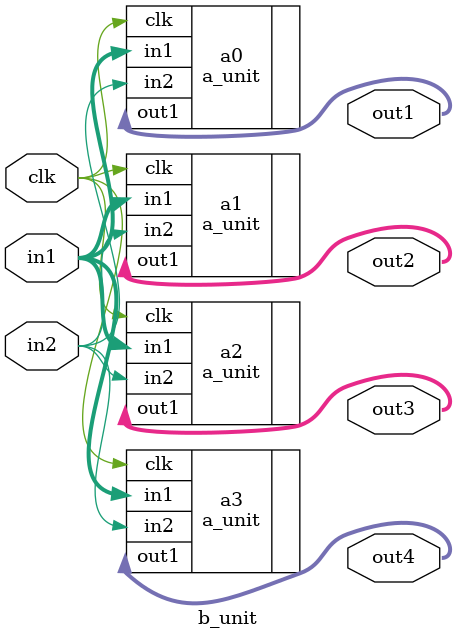
<source format=v>
`include "defines.v"

module b_unit(in1,
              in2,
              out1,
              out2,
              out3,
              out4,
              clk);
// Location of source csl unit: file name = tb_multi_instance.csl line number = 15
  input [4 - 1:0] in1;
  input in2;
  input clk;
  output [4 - 1:0] out1;
  output [4 - 1:0] out2;
  output [4 - 1:0] out3;
  output [4 - 1:0] out4;
  a_unit a0(.clk(clk),
            .in1(in1),
            .in2(in2),
            .out1(out1));
  a_unit a1(.clk(clk),
            .in1(in1),
            .in2(in2),
            .out1(out2));
  a_unit a2(.clk(clk),
            .in1(in1),
            .in2(in2),
            .out1(out3));
  a_unit a3(.clk(clk),
            .in1(in1),
            .in2(in2),
            .out1(out4));
  `include "b_unit.logic.vh"
endmodule


</source>
